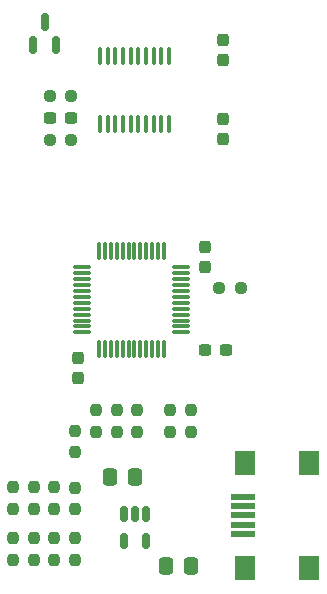
<source format=gbr>
%TF.GenerationSoftware,KiCad,Pcbnew,7.0.1*%
%TF.CreationDate,2023-03-18T11:39:06+07:00*%
%TF.ProjectId,BMP,424d502e-6b69-4636-9164-5f7063625858,rev?*%
%TF.SameCoordinates,Original*%
%TF.FileFunction,Paste,Top*%
%TF.FilePolarity,Positive*%
%FSLAX46Y46*%
G04 Gerber Fmt 4.6, Leading zero omitted, Abs format (unit mm)*
G04 Created by KiCad (PCBNEW 7.0.1) date 2023-03-18 11:39:06*
%MOMM*%
%LPD*%
G01*
G04 APERTURE LIST*
G04 Aperture macros list*
%AMRoundRect*
0 Rectangle with rounded corners*
0 $1 Rounding radius*
0 $2 $3 $4 $5 $6 $7 $8 $9 X,Y pos of 4 corners*
0 Add a 4 corners polygon primitive as box body*
4,1,4,$2,$3,$4,$5,$6,$7,$8,$9,$2,$3,0*
0 Add four circle primitives for the rounded corners*
1,1,$1+$1,$2,$3*
1,1,$1+$1,$4,$5*
1,1,$1+$1,$6,$7*
1,1,$1+$1,$8,$9*
0 Add four rect primitives between the rounded corners*
20,1,$1+$1,$2,$3,$4,$5,0*
20,1,$1+$1,$4,$5,$6,$7,0*
20,1,$1+$1,$6,$7,$8,$9,0*
20,1,$1+$1,$8,$9,$2,$3,0*%
G04 Aperture macros list end*
%ADD10RoundRect,0.237500X0.237500X-0.250000X0.237500X0.250000X-0.237500X0.250000X-0.237500X-0.250000X0*%
%ADD11RoundRect,0.237500X-0.237500X0.250000X-0.237500X-0.250000X0.237500X-0.250000X0.237500X0.250000X0*%
%ADD12RoundRect,0.237500X0.237500X-0.300000X0.237500X0.300000X-0.237500X0.300000X-0.237500X-0.300000X0*%
%ADD13RoundRect,0.250000X0.337500X0.475000X-0.337500X0.475000X-0.337500X-0.475000X0.337500X-0.475000X0*%
%ADD14RoundRect,0.237500X0.250000X0.237500X-0.250000X0.237500X-0.250000X-0.237500X0.250000X-0.237500X0*%
%ADD15RoundRect,0.075000X-0.662500X0.075000X-0.662500X-0.075000X0.662500X-0.075000X0.662500X0.075000X0*%
%ADD16RoundRect,0.075000X-0.075000X0.662500X-0.075000X-0.662500X0.075000X-0.662500X0.075000X0.662500X0*%
%ADD17R,1.700000X2.000000*%
%ADD18R,2.000000X0.500000*%
%ADD19RoundRect,0.237500X0.300000X0.237500X-0.300000X0.237500X-0.300000X-0.237500X0.300000X-0.237500X0*%
%ADD20RoundRect,0.150000X-0.150000X0.512500X-0.150000X-0.512500X0.150000X-0.512500X0.150000X0.512500X0*%
%ADD21RoundRect,0.100000X-0.100000X0.637500X-0.100000X-0.637500X0.100000X-0.637500X0.100000X0.637500X0*%
%ADD22RoundRect,0.237500X-0.237500X0.300000X-0.237500X-0.300000X0.237500X-0.300000X0.237500X0.300000X0*%
%ADD23RoundRect,0.150000X0.150000X-0.587500X0.150000X0.587500X-0.150000X0.587500X-0.150000X-0.587500X0*%
G04 APERTURE END LIST*
D10*
%TO.C,R4*%
X15000000Y-46087500D03*
X15000000Y-47912500D03*
%TD*%
D11*
%TO.C,R1*%
X19500000Y-47912500D03*
X19500000Y-46087500D03*
%TD*%
D12*
%TO.C,C7*%
X24000000Y-21400000D03*
X24000000Y-23125000D03*
%TD*%
D11*
%TO.C,R11*%
X7966666Y-54450000D03*
X7966666Y-52625000D03*
%TD*%
D10*
%TO.C,D3*%
X7966666Y-56912500D03*
X7966666Y-58737500D03*
%TD*%
D13*
%TO.C,C1*%
X14462500Y-51750000D03*
X16537500Y-51750000D03*
%TD*%
D14*
%TO.C,R13*%
X23675000Y-35750000D03*
X25500000Y-35750000D03*
%TD*%
D15*
%TO.C,U1*%
X20412500Y-34000000D03*
X20412500Y-34500000D03*
X20412500Y-35000000D03*
X20412500Y-35500000D03*
X20412500Y-36000000D03*
X20412500Y-36500000D03*
X20412500Y-37000000D03*
X20412500Y-37500000D03*
X20412500Y-38000000D03*
X20412500Y-38500000D03*
X20412500Y-39000000D03*
X20412500Y-39500000D03*
D16*
X19000000Y-40912500D03*
X18500000Y-40912500D03*
X18000000Y-40912500D03*
X17500000Y-40912500D03*
X17000000Y-40912500D03*
X16500000Y-40912500D03*
X16000000Y-40912500D03*
X15500000Y-40912500D03*
X15000000Y-40912500D03*
X14500000Y-40912500D03*
X14000000Y-40912500D03*
X13500000Y-40912500D03*
D15*
X12087500Y-39500000D03*
X12087500Y-39000000D03*
X12087500Y-38500000D03*
X12087500Y-38000000D03*
X12087500Y-37500000D03*
X12087500Y-37000000D03*
X12087500Y-36500000D03*
X12087500Y-36000000D03*
X12087500Y-35500000D03*
X12087500Y-35000000D03*
X12087500Y-34500000D03*
X12087500Y-34000000D03*
D16*
X13500000Y-32587500D03*
X14000000Y-32587500D03*
X14500000Y-32587500D03*
X15000000Y-32587500D03*
X15500000Y-32587500D03*
X16000000Y-32587500D03*
X16500000Y-32587500D03*
X17000000Y-32587500D03*
X17500000Y-32587500D03*
X18000000Y-32587500D03*
X18500000Y-32587500D03*
X19000000Y-32587500D03*
%TD*%
D14*
%TO.C,R8*%
X9337500Y-23250000D03*
X11162500Y-23250000D03*
%TD*%
D17*
%TO.C,CN1*%
X31275000Y-50550000D03*
X25825000Y-50550000D03*
X31275000Y-59450000D03*
X25825000Y-59450000D03*
D18*
X25725000Y-53400000D03*
X25725000Y-54200000D03*
X25725000Y-55000000D03*
X25725000Y-55800000D03*
X25725000Y-56600000D03*
%TD*%
D19*
%TO.C,C6*%
X9387500Y-21375000D03*
X11112500Y-21375000D03*
%TD*%
D20*
%TO.C,U3*%
X17500000Y-57137500D03*
X15600000Y-57137500D03*
X15600000Y-54862500D03*
X16550000Y-54862500D03*
X17500000Y-54862500D03*
%TD*%
D10*
%TO.C,D2*%
X9683334Y-56912500D03*
X9683334Y-58737500D03*
%TD*%
D11*
%TO.C,R12*%
X6250000Y-54450000D03*
X6250000Y-52625000D03*
%TD*%
D21*
%TO.C,U2*%
X19425000Y-21862500D03*
X18775000Y-21862500D03*
X18125000Y-21862500D03*
X17475000Y-21862500D03*
X16825000Y-21862500D03*
X16175000Y-21862500D03*
X15525000Y-21862500D03*
X14875000Y-21862500D03*
X14225000Y-21862500D03*
X13575000Y-21862500D03*
X13575000Y-16137500D03*
X14225000Y-16137500D03*
X14875000Y-16137500D03*
X15525000Y-16137500D03*
X16175000Y-16137500D03*
X16825000Y-16137500D03*
X17475000Y-16137500D03*
X18125000Y-16137500D03*
X18775000Y-16137500D03*
X19425000Y-16137500D03*
%TD*%
D19*
%TO.C,C5*%
X22500000Y-41000000D03*
X24225000Y-41000000D03*
%TD*%
D14*
%TO.C,R6*%
X9337500Y-19500000D03*
X11162500Y-19500000D03*
%TD*%
D22*
%TO.C,C3*%
X22500000Y-34000000D03*
X22500000Y-32275000D03*
%TD*%
%TO.C,C8*%
X24000000Y-16475000D03*
X24000000Y-14750000D03*
%TD*%
D11*
%TO.C,R5*%
X11500000Y-49662500D03*
X11500000Y-47837500D03*
%TD*%
%TO.C,R2*%
X21250000Y-47912500D03*
X21250000Y-46087500D03*
%TD*%
D10*
%TO.C,D1*%
X11433334Y-56937500D03*
X11433334Y-58762500D03*
%TD*%
D23*
%TO.C,Q1*%
X8887500Y-13250000D03*
X9837500Y-15125000D03*
X7937500Y-15125000D03*
%TD*%
D11*
%TO.C,R7*%
X13250000Y-47912500D03*
X13250000Y-46087500D03*
%TD*%
D10*
%TO.C,D4*%
X6250000Y-56912500D03*
X6250000Y-58737500D03*
%TD*%
D11*
%TO.C,R9*%
X11433334Y-54475000D03*
X11433334Y-52650000D03*
%TD*%
%TO.C,R3*%
X16750000Y-47912500D03*
X16750000Y-46087500D03*
%TD*%
D12*
%TO.C,C4*%
X11750000Y-43362500D03*
X11750000Y-41637500D03*
%TD*%
D11*
%TO.C,R10*%
X9683334Y-54450000D03*
X9683334Y-52625000D03*
%TD*%
D13*
%TO.C,C2*%
X19212500Y-59250000D03*
X21287500Y-59250000D03*
%TD*%
M02*

</source>
